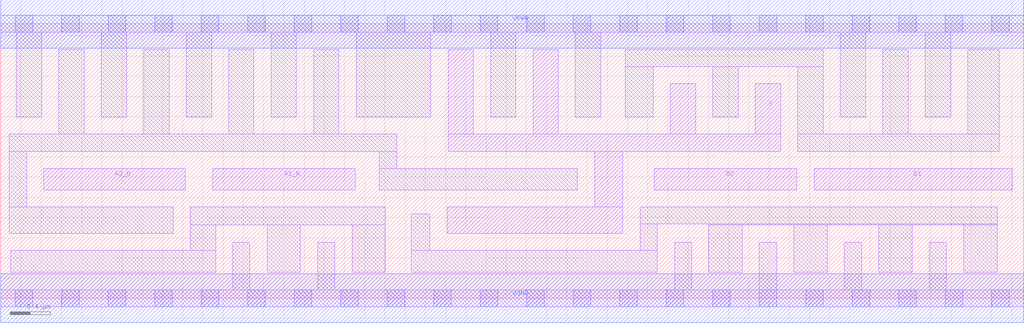
<source format=lef>
# Copyright 2020 The SkyWater PDK Authors
#
# Licensed under the Apache License, Version 2.0 (the "License");
# you may not use this file except in compliance with the License.
# You may obtain a copy of the License at
#
#     https://www.apache.org/licenses/LICENSE-2.0
#
# Unless required by applicable law or agreed to in writing, software
# distributed under the License is distributed on an "AS IS" BASIS,
# WITHOUT WARRANTIES OR CONDITIONS OF ANY KIND, either express or implied.
# See the License for the specific language governing permissions and
# limitations under the License.
#
# SPDX-License-Identifier: Apache-2.0

VERSION 5.7 ;
  NAMESCASESENSITIVE ON ;
  NOWIREEXTENSIONATPIN ON ;
  DIVIDERCHAR "/" ;
  BUSBITCHARS "[]" ;
UNITS
  DATABASE MICRONS 200 ;
END UNITS
MACRO sky130_fd_sc_hd__o2bb2ai_4
  CLASS CORE ;
  FOREIGN sky130_fd_sc_hd__o2bb2ai_4 ;
  ORIGIN  0.000000  0.000000 ;
  SIZE  10.12000 BY  2.720000 ;
  SYMMETRY X Y R90 ;
  SITE unithd ;
  PIN A1_N
    ANTENNAGATEAREA  0.990000 ;
    DIRECTION INPUT ;
    USE SIGNAL ;
    PORT
      LAYER li1 ;
        RECT 2.095000 1.075000 3.505000 1.285000 ;
    END
  END A1_N
  PIN A2_N
    ANTENNAGATEAREA  0.990000 ;
    DIRECTION INPUT ;
    USE SIGNAL ;
    PORT
      LAYER li1 ;
        RECT 0.425000 1.075000 1.825000 1.285000 ;
    END
  END A2_N
  PIN B1
    ANTENNAGATEAREA  0.990000 ;
    DIRECTION INPUT ;
    USE SIGNAL ;
    PORT
      LAYER li1 ;
        RECT 8.045000 1.075000 10.005000 1.285000 ;
    END
  END B1
  PIN B2
    ANTENNAGATEAREA  0.990000 ;
    DIRECTION INPUT ;
    USE SIGNAL ;
    PORT
      LAYER li1 ;
        RECT 6.465000 1.075000 7.875000 1.285000 ;
    END
  END B2
  PIN Y
    ANTENNADIFFAREA  1.431000 ;
    DIRECTION OUTPUT ;
    USE SIGNAL ;
    PORT
      LAYER li1 ;
        RECT 4.415000 0.645000 6.155000 0.905000 ;
        RECT 4.425000 1.455000 7.715000 1.625000 ;
        RECT 4.425000 1.625000 4.675000 2.465000 ;
        RECT 5.265000 1.625000 5.515000 2.465000 ;
        RECT 5.875000 0.905000 6.155000 1.455000 ;
        RECT 6.625000 1.625000 6.875000 2.125000 ;
        RECT 7.465000 1.625000 7.715000 2.125000 ;
    END
  END Y
  PIN VGND
    DIRECTION INOUT ;
    SHAPE ABUTMENT ;
    USE GROUND ;
    PORT
      LAYER met1 ;
        RECT 0.000000 -0.240000 10.120000 0.240000 ;
    END
  END VGND
  PIN VPWR
    DIRECTION INOUT ;
    SHAPE ABUTMENT ;
    USE POWER ;
    PORT
      LAYER met1 ;
        RECT 0.000000 2.480000 10.120000 2.960000 ;
    END
  END VPWR
  OBS
    LAYER li1 ;
      RECT 0.000000 -0.085000 10.120000 0.085000 ;
      RECT 0.000000  2.635000 10.120000 2.805000 ;
      RECT 0.085000  0.645000  1.705000 0.905000 ;
      RECT 0.085000  0.905000  0.255000 1.455000 ;
      RECT 0.085000  1.455000  3.915000 1.625000 ;
      RECT 0.100000  0.255000  2.125000 0.475000 ;
      RECT 0.155000  1.795000  0.405000 2.635000 ;
      RECT 0.575000  1.625000  0.825000 2.465000 ;
      RECT 0.995000  1.795000  1.245000 2.635000 ;
      RECT 1.415000  1.625000  1.665000 2.465000 ;
      RECT 1.835000  1.795000  2.085000 2.635000 ;
      RECT 1.875000  0.475000  2.125000 0.725000 ;
      RECT 1.875000  0.725000  3.805000 0.905000 ;
      RECT 2.255000  1.625000  2.505000 2.465000 ;
      RECT 2.295000  0.085000  2.465000 0.555000 ;
      RECT 2.635000  0.255000  2.965000 0.725000 ;
      RECT 2.675000  1.795000  2.925000 2.635000 ;
      RECT 3.095000  1.625000  3.345000 2.465000 ;
      RECT 3.135000  0.085000  3.305000 0.555000 ;
      RECT 3.475000  0.255000  3.805000 0.725000 ;
      RECT 3.515000  1.795000  4.255000 2.635000 ;
      RECT 3.745000  1.075000  5.705000 1.285000 ;
      RECT 3.745000  1.285000  3.915000 1.455000 ;
      RECT 4.060000  0.255000  6.495000 0.475000 ;
      RECT 4.060000  0.475000  4.245000 0.835000 ;
      RECT 4.845000  1.795000  5.095000 2.635000 ;
      RECT 5.685000  1.795000  5.935000 2.635000 ;
      RECT 6.175000  1.795000  6.455000 2.295000 ;
      RECT 6.175000  2.295000  8.135000 2.465000 ;
      RECT 6.325000  0.475000  6.495000 0.735000 ;
      RECT 6.325000  0.735000  9.855000 0.905000 ;
      RECT 6.665000  0.085000  6.835000 0.555000 ;
      RECT 7.005000  0.255000  7.335000 0.725000 ;
      RECT 7.005000  0.725000  9.855000 0.735000 ;
      RECT 7.045000  1.795000  7.295000 2.295000 ;
      RECT 7.505000  0.085000  7.675000 0.555000 ;
      RECT 7.845000  0.255000  8.175000 0.725000 ;
      RECT 7.885000  1.455000  9.875000 1.625000 ;
      RECT 7.885000  1.625000  8.135000 2.295000 ;
      RECT 8.305000  1.795000  8.555000 2.635000 ;
      RECT 8.345000  0.085000  8.515000 0.555000 ;
      RECT 8.685000  0.255000  9.015000 0.725000 ;
      RECT 8.725000  1.625000  8.975000 2.465000 ;
      RECT 9.145000  1.795000  9.395000 2.635000 ;
      RECT 9.185000  0.085000  9.355000 0.555000 ;
      RECT 9.525000  0.255000  9.855000 0.725000 ;
      RECT 9.565000  1.625000  9.875000 2.465000 ;
    LAYER mcon ;
      RECT 0.145000 -0.085000 0.315000 0.085000 ;
      RECT 0.145000  2.635000 0.315000 2.805000 ;
      RECT 0.605000 -0.085000 0.775000 0.085000 ;
      RECT 0.605000  2.635000 0.775000 2.805000 ;
      RECT 1.065000 -0.085000 1.235000 0.085000 ;
      RECT 1.065000  2.635000 1.235000 2.805000 ;
      RECT 1.525000 -0.085000 1.695000 0.085000 ;
      RECT 1.525000  2.635000 1.695000 2.805000 ;
      RECT 1.985000 -0.085000 2.155000 0.085000 ;
      RECT 1.985000  2.635000 2.155000 2.805000 ;
      RECT 2.445000 -0.085000 2.615000 0.085000 ;
      RECT 2.445000  2.635000 2.615000 2.805000 ;
      RECT 2.905000 -0.085000 3.075000 0.085000 ;
      RECT 2.905000  2.635000 3.075000 2.805000 ;
      RECT 3.365000 -0.085000 3.535000 0.085000 ;
      RECT 3.365000  2.635000 3.535000 2.805000 ;
      RECT 3.825000 -0.085000 3.995000 0.085000 ;
      RECT 3.825000  2.635000 3.995000 2.805000 ;
      RECT 4.285000 -0.085000 4.455000 0.085000 ;
      RECT 4.285000  2.635000 4.455000 2.805000 ;
      RECT 4.745000 -0.085000 4.915000 0.085000 ;
      RECT 4.745000  2.635000 4.915000 2.805000 ;
      RECT 5.205000 -0.085000 5.375000 0.085000 ;
      RECT 5.205000  2.635000 5.375000 2.805000 ;
      RECT 5.665000 -0.085000 5.835000 0.085000 ;
      RECT 5.665000  2.635000 5.835000 2.805000 ;
      RECT 6.125000 -0.085000 6.295000 0.085000 ;
      RECT 6.125000  2.635000 6.295000 2.805000 ;
      RECT 6.585000 -0.085000 6.755000 0.085000 ;
      RECT 6.585000  2.635000 6.755000 2.805000 ;
      RECT 7.045000 -0.085000 7.215000 0.085000 ;
      RECT 7.045000  2.635000 7.215000 2.805000 ;
      RECT 7.505000 -0.085000 7.675000 0.085000 ;
      RECT 7.505000  2.635000 7.675000 2.805000 ;
      RECT 7.965000 -0.085000 8.135000 0.085000 ;
      RECT 7.965000  2.635000 8.135000 2.805000 ;
      RECT 8.425000 -0.085000 8.595000 0.085000 ;
      RECT 8.425000  2.635000 8.595000 2.805000 ;
      RECT 8.885000 -0.085000 9.055000 0.085000 ;
      RECT 8.885000  2.635000 9.055000 2.805000 ;
      RECT 9.345000 -0.085000 9.515000 0.085000 ;
      RECT 9.345000  2.635000 9.515000 2.805000 ;
      RECT 9.805000 -0.085000 9.975000 0.085000 ;
      RECT 9.805000  2.635000 9.975000 2.805000 ;
  END
END sky130_fd_sc_hd__o2bb2ai_4
END LIBRARY

</source>
